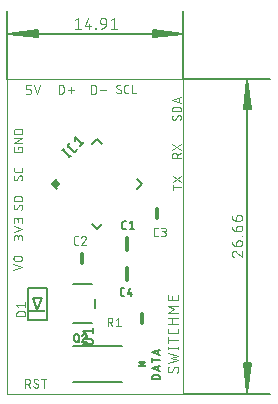
<source format=gto>
G75*
%MOIN*%
%OFA0B0*%
%FSLAX25Y25*%
%IPPOS*%
%LPD*%
%AMOC8*
5,1,8,0,0,1.08239X$1,22.5*
%
%ADD10C,0.00000*%
%ADD11C,0.00512*%
%ADD12C,0.00400*%
%ADD13C,0.00300*%
%ADD14C,0.01200*%
%ADD15C,0.00600*%
%ADD16C,0.00500*%
%ADD17R,0.05512X0.00787*%
%ADD18R,0.01969X0.01969*%
%ADD19C,0.00700*%
%ADD20R,0.03000X0.00500*%
%ADD21C,0.00800*%
D10*
X0007053Y0016441D02*
X0007053Y0121401D01*
X0065754Y0121401D01*
X0065754Y0016441D01*
X0007053Y0016441D01*
D11*
X0065754Y0016441D02*
X0094730Y0016441D01*
X0087053Y0016697D02*
X0088077Y0026677D01*
X0088310Y0026677D02*
X0087053Y0016697D01*
X0086030Y0026677D01*
X0085796Y0026677D02*
X0088310Y0026677D01*
X0087565Y0026677D02*
X0087053Y0016697D01*
X0086542Y0026677D01*
X0085796Y0026677D02*
X0087053Y0016697D01*
X0087053Y0121145D01*
X0088077Y0111165D01*
X0088310Y0111165D02*
X0087053Y0121145D01*
X0086030Y0111165D01*
X0085796Y0111165D02*
X0088310Y0111165D01*
X0087565Y0111165D02*
X0087053Y0121145D01*
X0086542Y0111165D01*
X0085796Y0111165D02*
X0087053Y0121145D01*
X0094730Y0121401D02*
X0065754Y0121401D01*
X0065754Y0144118D01*
X0065498Y0136441D02*
X0055518Y0135417D01*
X0055518Y0135184D02*
X0065498Y0136441D01*
X0055518Y0137464D01*
X0055518Y0137698D02*
X0055518Y0135184D01*
X0055518Y0135929D02*
X0065498Y0136441D01*
X0055518Y0136952D01*
X0055518Y0137698D02*
X0065498Y0136441D01*
X0007309Y0136441D01*
X0017290Y0135417D01*
X0017290Y0135184D02*
X0007309Y0136441D01*
X0017290Y0137464D01*
X0017290Y0137698D02*
X0017290Y0135184D01*
X0017290Y0135929D02*
X0007309Y0136441D01*
X0017290Y0136952D01*
X0017290Y0137698D02*
X0007309Y0136441D01*
X0007053Y0144118D02*
X0007053Y0121401D01*
D12*
X0029488Y0138137D02*
X0031453Y0138137D01*
X0030470Y0138137D02*
X0030470Y0141674D01*
X0029488Y0140888D01*
X0033031Y0138923D02*
X0034996Y0138923D01*
X0034406Y0139709D02*
X0034406Y0138137D01*
X0033031Y0138923D02*
X0033817Y0141674D01*
X0036395Y0138333D02*
X0036592Y0138333D01*
X0036592Y0138137D01*
X0036395Y0138137D01*
X0036395Y0138333D01*
X0038385Y0138137D02*
X0038462Y0138139D01*
X0038539Y0138145D01*
X0038616Y0138154D01*
X0038692Y0138167D01*
X0038767Y0138184D01*
X0038841Y0138205D01*
X0038915Y0138229D01*
X0038987Y0138257D01*
X0039057Y0138288D01*
X0039126Y0138323D01*
X0039193Y0138361D01*
X0039258Y0138402D01*
X0039321Y0138446D01*
X0039382Y0138494D01*
X0039441Y0138544D01*
X0039497Y0138597D01*
X0039550Y0138653D01*
X0039600Y0138712D01*
X0039648Y0138773D01*
X0039692Y0138836D01*
X0039733Y0138901D01*
X0039771Y0138968D01*
X0039806Y0139037D01*
X0039837Y0139107D01*
X0039865Y0139179D01*
X0039889Y0139253D01*
X0039910Y0139327D01*
X0039927Y0139402D01*
X0039940Y0139478D01*
X0039949Y0139555D01*
X0039955Y0139632D01*
X0039957Y0139709D01*
X0039957Y0140691D01*
X0039957Y0139709D02*
X0038778Y0139709D01*
X0038724Y0139711D01*
X0038671Y0139716D01*
X0038618Y0139725D01*
X0038566Y0139738D01*
X0038515Y0139754D01*
X0038465Y0139774D01*
X0038416Y0139797D01*
X0038370Y0139823D01*
X0038325Y0139853D01*
X0038282Y0139885D01*
X0038242Y0139921D01*
X0038204Y0139959D01*
X0038168Y0139999D01*
X0038136Y0140042D01*
X0038106Y0140087D01*
X0038080Y0140133D01*
X0038057Y0140182D01*
X0038037Y0140232D01*
X0038021Y0140283D01*
X0038008Y0140335D01*
X0037999Y0140388D01*
X0037994Y0140441D01*
X0037992Y0140495D01*
X0037992Y0140691D01*
X0037994Y0140753D01*
X0038000Y0140814D01*
X0038009Y0140875D01*
X0038023Y0140935D01*
X0038040Y0140994D01*
X0038061Y0141052D01*
X0038085Y0141109D01*
X0038113Y0141164D01*
X0038145Y0141217D01*
X0038180Y0141268D01*
X0038217Y0141317D01*
X0038258Y0141363D01*
X0038302Y0141407D01*
X0038348Y0141448D01*
X0038397Y0141485D01*
X0038448Y0141520D01*
X0038501Y0141552D01*
X0038556Y0141580D01*
X0038613Y0141604D01*
X0038671Y0141625D01*
X0038730Y0141642D01*
X0038790Y0141656D01*
X0038851Y0141665D01*
X0038912Y0141671D01*
X0038974Y0141673D01*
X0039036Y0141671D01*
X0039097Y0141665D01*
X0039158Y0141656D01*
X0039218Y0141642D01*
X0039277Y0141625D01*
X0039335Y0141604D01*
X0039392Y0141580D01*
X0039447Y0141552D01*
X0039500Y0141520D01*
X0039551Y0141485D01*
X0039600Y0141448D01*
X0039646Y0141407D01*
X0039690Y0141363D01*
X0039731Y0141317D01*
X0039768Y0141268D01*
X0039803Y0141217D01*
X0039835Y0141164D01*
X0039863Y0141109D01*
X0039887Y0141052D01*
X0039908Y0140994D01*
X0039925Y0140935D01*
X0039939Y0140875D01*
X0039948Y0140814D01*
X0039954Y0140753D01*
X0039956Y0140691D01*
X0041535Y0140888D02*
X0042517Y0141674D01*
X0042517Y0138137D01*
X0041535Y0138137D02*
X0043500Y0138137D01*
X0081820Y0075624D02*
X0081822Y0075547D01*
X0081828Y0075470D01*
X0081837Y0075393D01*
X0081850Y0075317D01*
X0081867Y0075242D01*
X0081888Y0075168D01*
X0081912Y0075094D01*
X0081940Y0075022D01*
X0081971Y0074952D01*
X0082006Y0074883D01*
X0082044Y0074816D01*
X0082085Y0074751D01*
X0082129Y0074688D01*
X0082177Y0074627D01*
X0082227Y0074568D01*
X0082280Y0074512D01*
X0082336Y0074459D01*
X0082395Y0074409D01*
X0082456Y0074361D01*
X0082519Y0074317D01*
X0082584Y0074276D01*
X0082651Y0074238D01*
X0082720Y0074203D01*
X0082790Y0074172D01*
X0082862Y0074144D01*
X0082936Y0074120D01*
X0083010Y0074099D01*
X0083085Y0074082D01*
X0083161Y0074069D01*
X0083238Y0074060D01*
X0083315Y0074054D01*
X0083392Y0074052D01*
X0084375Y0074052D01*
X0084437Y0074054D01*
X0084498Y0074060D01*
X0084559Y0074069D01*
X0084619Y0074083D01*
X0084679Y0074100D01*
X0084737Y0074121D01*
X0084794Y0074146D01*
X0084849Y0074174D01*
X0084902Y0074205D01*
X0084953Y0074240D01*
X0085002Y0074278D01*
X0085048Y0074318D01*
X0085092Y0074362D01*
X0085132Y0074408D01*
X0085170Y0074457D01*
X0085205Y0074508D01*
X0085236Y0074561D01*
X0085264Y0074616D01*
X0085289Y0074673D01*
X0085310Y0074731D01*
X0085327Y0074791D01*
X0085341Y0074851D01*
X0085350Y0074912D01*
X0085356Y0074973D01*
X0085358Y0075035D01*
X0085356Y0075097D01*
X0085350Y0075158D01*
X0085341Y0075219D01*
X0085327Y0075279D01*
X0085310Y0075339D01*
X0085289Y0075397D01*
X0085264Y0075454D01*
X0085236Y0075509D01*
X0085205Y0075562D01*
X0085170Y0075613D01*
X0085132Y0075662D01*
X0085092Y0075708D01*
X0085048Y0075752D01*
X0085002Y0075792D01*
X0084953Y0075830D01*
X0084902Y0075865D01*
X0084849Y0075896D01*
X0084794Y0075924D01*
X0084737Y0075949D01*
X0084679Y0075970D01*
X0084619Y0075987D01*
X0084559Y0076001D01*
X0084498Y0076010D01*
X0084437Y0076016D01*
X0084375Y0076018D01*
X0084375Y0076017D02*
X0084178Y0076017D01*
X0084124Y0076015D01*
X0084071Y0076010D01*
X0084018Y0076001D01*
X0083966Y0075988D01*
X0083915Y0075972D01*
X0083865Y0075952D01*
X0083816Y0075929D01*
X0083770Y0075903D01*
X0083725Y0075873D01*
X0083682Y0075841D01*
X0083642Y0075805D01*
X0083604Y0075767D01*
X0083568Y0075727D01*
X0083536Y0075684D01*
X0083506Y0075639D01*
X0083480Y0075593D01*
X0083457Y0075544D01*
X0083437Y0075494D01*
X0083421Y0075443D01*
X0083408Y0075391D01*
X0083399Y0075338D01*
X0083394Y0075285D01*
X0083392Y0075231D01*
X0083392Y0074052D01*
X0084178Y0072474D02*
X0084375Y0072474D01*
X0084178Y0072474D02*
X0084124Y0072472D01*
X0084071Y0072467D01*
X0084018Y0072458D01*
X0083966Y0072445D01*
X0083915Y0072429D01*
X0083865Y0072409D01*
X0083816Y0072386D01*
X0083770Y0072360D01*
X0083725Y0072330D01*
X0083682Y0072298D01*
X0083642Y0072262D01*
X0083604Y0072224D01*
X0083568Y0072184D01*
X0083536Y0072141D01*
X0083506Y0072096D01*
X0083480Y0072050D01*
X0083457Y0072001D01*
X0083437Y0071951D01*
X0083421Y0071900D01*
X0083408Y0071848D01*
X0083399Y0071795D01*
X0083394Y0071742D01*
X0083392Y0071688D01*
X0083392Y0070509D01*
X0084375Y0070509D01*
X0084375Y0070508D02*
X0084437Y0070510D01*
X0084498Y0070516D01*
X0084559Y0070525D01*
X0084619Y0070539D01*
X0084679Y0070556D01*
X0084737Y0070577D01*
X0084794Y0070602D01*
X0084849Y0070630D01*
X0084902Y0070661D01*
X0084953Y0070696D01*
X0085002Y0070734D01*
X0085048Y0070774D01*
X0085092Y0070818D01*
X0085132Y0070864D01*
X0085170Y0070913D01*
X0085205Y0070964D01*
X0085236Y0071017D01*
X0085264Y0071072D01*
X0085289Y0071129D01*
X0085310Y0071187D01*
X0085327Y0071247D01*
X0085341Y0071307D01*
X0085350Y0071368D01*
X0085356Y0071429D01*
X0085358Y0071491D01*
X0085356Y0071553D01*
X0085350Y0071614D01*
X0085341Y0071675D01*
X0085327Y0071735D01*
X0085310Y0071795D01*
X0085289Y0071853D01*
X0085264Y0071910D01*
X0085236Y0071965D01*
X0085205Y0072018D01*
X0085170Y0072069D01*
X0085132Y0072118D01*
X0085092Y0072164D01*
X0085048Y0072208D01*
X0085002Y0072248D01*
X0084953Y0072286D01*
X0084902Y0072321D01*
X0084849Y0072352D01*
X0084794Y0072380D01*
X0084737Y0072405D01*
X0084679Y0072426D01*
X0084619Y0072443D01*
X0084559Y0072457D01*
X0084498Y0072466D01*
X0084437Y0072472D01*
X0084375Y0072474D01*
X0083392Y0070509D02*
X0083315Y0070511D01*
X0083238Y0070517D01*
X0083161Y0070526D01*
X0083085Y0070539D01*
X0083010Y0070556D01*
X0082936Y0070577D01*
X0082862Y0070601D01*
X0082790Y0070629D01*
X0082720Y0070660D01*
X0082651Y0070695D01*
X0082584Y0070733D01*
X0082519Y0070774D01*
X0082456Y0070818D01*
X0082395Y0070866D01*
X0082336Y0070916D01*
X0082280Y0070969D01*
X0082227Y0071025D01*
X0082177Y0071084D01*
X0082129Y0071145D01*
X0082085Y0071208D01*
X0082044Y0071273D01*
X0082006Y0071340D01*
X0081971Y0071409D01*
X0081940Y0071479D01*
X0081912Y0071551D01*
X0081888Y0071625D01*
X0081867Y0071699D01*
X0081850Y0071774D01*
X0081837Y0071850D01*
X0081828Y0071927D01*
X0081822Y0072004D01*
X0081820Y0072081D01*
X0085161Y0069109D02*
X0085357Y0069109D01*
X0085357Y0068913D01*
X0085161Y0068913D01*
X0085161Y0069109D01*
X0084375Y0067513D02*
X0084178Y0067513D01*
X0084124Y0067511D01*
X0084071Y0067506D01*
X0084018Y0067497D01*
X0083966Y0067484D01*
X0083915Y0067468D01*
X0083865Y0067448D01*
X0083816Y0067425D01*
X0083770Y0067399D01*
X0083725Y0067369D01*
X0083682Y0067337D01*
X0083642Y0067301D01*
X0083604Y0067263D01*
X0083568Y0067223D01*
X0083536Y0067180D01*
X0083506Y0067135D01*
X0083480Y0067089D01*
X0083457Y0067040D01*
X0083437Y0066990D01*
X0083421Y0066939D01*
X0083408Y0066887D01*
X0083399Y0066834D01*
X0083394Y0066781D01*
X0083392Y0066727D01*
X0083392Y0065548D01*
X0084375Y0065548D01*
X0084437Y0065550D01*
X0084498Y0065556D01*
X0084559Y0065565D01*
X0084619Y0065579D01*
X0084679Y0065596D01*
X0084737Y0065617D01*
X0084794Y0065642D01*
X0084849Y0065670D01*
X0084902Y0065701D01*
X0084953Y0065736D01*
X0085002Y0065774D01*
X0085048Y0065814D01*
X0085092Y0065858D01*
X0085132Y0065904D01*
X0085170Y0065953D01*
X0085205Y0066004D01*
X0085236Y0066057D01*
X0085264Y0066112D01*
X0085289Y0066169D01*
X0085310Y0066227D01*
X0085327Y0066287D01*
X0085341Y0066347D01*
X0085350Y0066408D01*
X0085356Y0066469D01*
X0085358Y0066531D01*
X0085356Y0066593D01*
X0085350Y0066654D01*
X0085341Y0066715D01*
X0085327Y0066775D01*
X0085310Y0066835D01*
X0085289Y0066893D01*
X0085264Y0066950D01*
X0085236Y0067005D01*
X0085205Y0067058D01*
X0085170Y0067109D01*
X0085132Y0067158D01*
X0085092Y0067204D01*
X0085048Y0067248D01*
X0085002Y0067288D01*
X0084953Y0067326D01*
X0084902Y0067361D01*
X0084849Y0067392D01*
X0084794Y0067420D01*
X0084737Y0067445D01*
X0084679Y0067466D01*
X0084619Y0067483D01*
X0084559Y0067497D01*
X0084498Y0067506D01*
X0084437Y0067512D01*
X0084375Y0067514D01*
X0083392Y0065548D02*
X0083315Y0065550D01*
X0083238Y0065556D01*
X0083161Y0065565D01*
X0083085Y0065578D01*
X0083010Y0065595D01*
X0082936Y0065616D01*
X0082862Y0065640D01*
X0082790Y0065668D01*
X0082720Y0065699D01*
X0082651Y0065734D01*
X0082584Y0065772D01*
X0082519Y0065813D01*
X0082456Y0065857D01*
X0082395Y0065905D01*
X0082336Y0065955D01*
X0082280Y0066008D01*
X0082227Y0066064D01*
X0082177Y0066123D01*
X0082129Y0066184D01*
X0082085Y0066247D01*
X0082044Y0066312D01*
X0082006Y0066379D01*
X0081971Y0066448D01*
X0081940Y0066518D01*
X0081912Y0066590D01*
X0081888Y0066664D01*
X0081867Y0066738D01*
X0081850Y0066813D01*
X0081837Y0066889D01*
X0081828Y0066966D01*
X0081822Y0067043D01*
X0081820Y0067120D01*
X0083392Y0063675D02*
X0085357Y0062005D01*
X0085357Y0063970D01*
X0082606Y0062005D02*
X0082545Y0062027D01*
X0082485Y0062052D01*
X0082427Y0062081D01*
X0082370Y0062113D01*
X0082315Y0062148D01*
X0082263Y0062186D01*
X0082213Y0062227D01*
X0082165Y0062271D01*
X0082120Y0062317D01*
X0082077Y0062366D01*
X0082037Y0062418D01*
X0082001Y0062471D01*
X0081967Y0062527D01*
X0081937Y0062584D01*
X0081910Y0062643D01*
X0081886Y0062704D01*
X0081866Y0062766D01*
X0081850Y0062829D01*
X0081837Y0062892D01*
X0081827Y0062956D01*
X0081822Y0063021D01*
X0081820Y0063086D01*
X0081821Y0063086D02*
X0081823Y0063144D01*
X0081829Y0063201D01*
X0081838Y0063258D01*
X0081851Y0063315D01*
X0081868Y0063370D01*
X0081888Y0063424D01*
X0081912Y0063477D01*
X0081939Y0063528D01*
X0081970Y0063577D01*
X0082004Y0063624D01*
X0082040Y0063669D01*
X0082080Y0063711D01*
X0082122Y0063751D01*
X0082167Y0063787D01*
X0082214Y0063821D01*
X0082263Y0063852D01*
X0082314Y0063879D01*
X0082367Y0063903D01*
X0082421Y0063923D01*
X0082476Y0063940D01*
X0082533Y0063953D01*
X0082590Y0063962D01*
X0082647Y0063968D01*
X0082705Y0063970D01*
X0082764Y0063968D01*
X0082823Y0063963D01*
X0082881Y0063953D01*
X0082939Y0063941D01*
X0082996Y0063924D01*
X0083052Y0063904D01*
X0083106Y0063881D01*
X0083159Y0063854D01*
X0083210Y0063825D01*
X0083259Y0063792D01*
X0083306Y0063756D01*
X0083351Y0063717D01*
X0083393Y0063675D01*
X0064022Y0049233D02*
X0064022Y0047661D01*
X0060485Y0047661D01*
X0060485Y0049233D01*
X0062057Y0048840D02*
X0062057Y0047661D01*
X0060485Y0045799D02*
X0064022Y0045799D01*
X0062450Y0044620D02*
X0060485Y0045799D01*
X0062450Y0044620D02*
X0060485Y0043441D01*
X0064022Y0043441D01*
X0064022Y0041587D02*
X0060485Y0041587D01*
X0062057Y0041587D02*
X0062057Y0039622D01*
X0060485Y0039622D02*
X0064022Y0039622D01*
X0064022Y0038111D02*
X0064022Y0037325D01*
X0064020Y0037271D01*
X0064015Y0037218D01*
X0064006Y0037165D01*
X0063993Y0037113D01*
X0063977Y0037062D01*
X0063957Y0037012D01*
X0063934Y0036963D01*
X0063908Y0036917D01*
X0063878Y0036872D01*
X0063846Y0036829D01*
X0063810Y0036789D01*
X0063772Y0036751D01*
X0063732Y0036715D01*
X0063689Y0036683D01*
X0063644Y0036653D01*
X0063598Y0036627D01*
X0063549Y0036604D01*
X0063499Y0036584D01*
X0063448Y0036568D01*
X0063396Y0036555D01*
X0063343Y0036546D01*
X0063290Y0036541D01*
X0063236Y0036539D01*
X0061271Y0036539D01*
X0061217Y0036541D01*
X0061164Y0036546D01*
X0061111Y0036555D01*
X0061059Y0036568D01*
X0061008Y0036584D01*
X0060958Y0036604D01*
X0060909Y0036627D01*
X0060863Y0036653D01*
X0060818Y0036683D01*
X0060775Y0036715D01*
X0060735Y0036751D01*
X0060697Y0036789D01*
X0060661Y0036829D01*
X0060629Y0036872D01*
X0060599Y0036917D01*
X0060573Y0036963D01*
X0060550Y0037012D01*
X0060530Y0037062D01*
X0060514Y0037113D01*
X0060501Y0037165D01*
X0060492Y0037218D01*
X0060487Y0037271D01*
X0060485Y0037325D01*
X0060485Y0038111D01*
X0060485Y0035209D02*
X0060485Y0033244D01*
X0060485Y0034226D02*
X0064022Y0034226D01*
X0064022Y0032021D02*
X0064022Y0031235D01*
X0064022Y0031628D02*
X0060485Y0031628D01*
X0060485Y0031235D02*
X0060485Y0032021D01*
X0060485Y0029893D02*
X0064022Y0029107D01*
X0061664Y0028321D01*
X0064022Y0027535D01*
X0060485Y0026749D01*
X0061959Y0023932D02*
X0061929Y0023885D01*
X0061896Y0023841D01*
X0061860Y0023799D01*
X0061822Y0023759D01*
X0061780Y0023723D01*
X0061737Y0023689D01*
X0061691Y0023658D01*
X0061643Y0023631D01*
X0061593Y0023607D01*
X0061542Y0023586D01*
X0061489Y0023569D01*
X0061436Y0023556D01*
X0061381Y0023547D01*
X0061326Y0023541D01*
X0061271Y0023539D01*
X0061217Y0023541D01*
X0061164Y0023546D01*
X0061111Y0023555D01*
X0061059Y0023568D01*
X0061008Y0023584D01*
X0060958Y0023604D01*
X0060909Y0023627D01*
X0060863Y0023653D01*
X0060818Y0023683D01*
X0060775Y0023715D01*
X0060735Y0023751D01*
X0060697Y0023789D01*
X0060661Y0023829D01*
X0060629Y0023872D01*
X0060599Y0023917D01*
X0060573Y0023963D01*
X0060550Y0024012D01*
X0060530Y0024062D01*
X0060514Y0024113D01*
X0060501Y0024165D01*
X0060492Y0024218D01*
X0060487Y0024271D01*
X0060485Y0024325D01*
X0060487Y0024398D01*
X0060492Y0024471D01*
X0060501Y0024543D01*
X0060514Y0024615D01*
X0060530Y0024686D01*
X0060550Y0024756D01*
X0060573Y0024826D01*
X0060599Y0024894D01*
X0060629Y0024960D01*
X0060662Y0025025D01*
X0060698Y0025089D01*
X0060737Y0025150D01*
X0060780Y0025209D01*
X0063530Y0023441D02*
X0063583Y0023497D01*
X0063634Y0023555D01*
X0063682Y0023615D01*
X0063728Y0023678D01*
X0063770Y0023742D01*
X0063809Y0023808D01*
X0063845Y0023876D01*
X0063878Y0023946D01*
X0063908Y0024017D01*
X0063934Y0024090D01*
X0063957Y0024163D01*
X0063976Y0024238D01*
X0063992Y0024313D01*
X0064005Y0024389D01*
X0064014Y0024466D01*
X0064019Y0024543D01*
X0064021Y0024620D01*
X0064022Y0024620D02*
X0064020Y0024674D01*
X0064015Y0024727D01*
X0064006Y0024780D01*
X0063993Y0024832D01*
X0063977Y0024883D01*
X0063957Y0024933D01*
X0063934Y0024982D01*
X0063908Y0025028D01*
X0063878Y0025073D01*
X0063846Y0025116D01*
X0063810Y0025156D01*
X0063772Y0025194D01*
X0063732Y0025230D01*
X0063689Y0025262D01*
X0063644Y0025292D01*
X0063598Y0025318D01*
X0063549Y0025341D01*
X0063499Y0025361D01*
X0063448Y0025377D01*
X0063396Y0025390D01*
X0063343Y0025399D01*
X0063290Y0025404D01*
X0063236Y0025406D01*
X0062548Y0025013D02*
X0061959Y0023932D01*
X0062548Y0025012D02*
X0062578Y0025059D01*
X0062611Y0025103D01*
X0062647Y0025145D01*
X0062685Y0025185D01*
X0062727Y0025221D01*
X0062770Y0025255D01*
X0062816Y0025286D01*
X0062864Y0025313D01*
X0062914Y0025337D01*
X0062965Y0025358D01*
X0063018Y0025375D01*
X0063071Y0025388D01*
X0063126Y0025397D01*
X0063181Y0025403D01*
X0063236Y0025405D01*
X0044853Y0038941D02*
X0043298Y0038941D01*
X0044076Y0038941D02*
X0044076Y0041741D01*
X0043298Y0041118D01*
X0041375Y0040185D02*
X0041997Y0038941D01*
X0041219Y0040185D02*
X0040442Y0040185D01*
X0041219Y0040185D02*
X0041275Y0040187D01*
X0041330Y0040193D01*
X0041384Y0040203D01*
X0041438Y0040217D01*
X0041491Y0040234D01*
X0041542Y0040255D01*
X0041592Y0040280D01*
X0041640Y0040309D01*
X0041685Y0040340D01*
X0041728Y0040375D01*
X0041769Y0040413D01*
X0041807Y0040454D01*
X0041842Y0040497D01*
X0041873Y0040542D01*
X0041902Y0040590D01*
X0041927Y0040640D01*
X0041948Y0040691D01*
X0041965Y0040744D01*
X0041979Y0040798D01*
X0041989Y0040852D01*
X0041995Y0040907D01*
X0041997Y0040963D01*
X0041995Y0041019D01*
X0041989Y0041074D01*
X0041979Y0041128D01*
X0041965Y0041182D01*
X0041948Y0041235D01*
X0041927Y0041286D01*
X0041902Y0041336D01*
X0041873Y0041384D01*
X0041842Y0041429D01*
X0041807Y0041472D01*
X0041769Y0041513D01*
X0041728Y0041551D01*
X0041685Y0041586D01*
X0041640Y0041617D01*
X0041592Y0041646D01*
X0041542Y0041671D01*
X0041491Y0041692D01*
X0041438Y0041709D01*
X0041384Y0041723D01*
X0041330Y0041733D01*
X0041275Y0041739D01*
X0041219Y0041741D01*
X0040442Y0041741D01*
X0040442Y0038941D01*
X0056509Y0068941D02*
X0057132Y0068941D01*
X0056509Y0068941D02*
X0056460Y0068943D01*
X0056412Y0068949D01*
X0056364Y0068958D01*
X0056317Y0068971D01*
X0056271Y0068988D01*
X0056227Y0069009D01*
X0056184Y0069033D01*
X0056143Y0069060D01*
X0056105Y0069090D01*
X0056069Y0069123D01*
X0056036Y0069159D01*
X0056006Y0069197D01*
X0055979Y0069238D01*
X0055955Y0069281D01*
X0055934Y0069325D01*
X0055917Y0069371D01*
X0055904Y0069418D01*
X0055895Y0069466D01*
X0055889Y0069514D01*
X0055887Y0069563D01*
X0055887Y0071118D01*
X0055889Y0071167D01*
X0055895Y0071215D01*
X0055904Y0071263D01*
X0055917Y0071310D01*
X0055934Y0071356D01*
X0055955Y0071400D01*
X0055979Y0071443D01*
X0056006Y0071484D01*
X0056036Y0071522D01*
X0056069Y0071558D01*
X0056105Y0071591D01*
X0056143Y0071621D01*
X0056184Y0071648D01*
X0056227Y0071672D01*
X0056271Y0071693D01*
X0056317Y0071710D01*
X0056364Y0071723D01*
X0056412Y0071732D01*
X0056460Y0071738D01*
X0056509Y0071740D01*
X0056509Y0071741D02*
X0057132Y0071741D01*
X0058298Y0071741D02*
X0059231Y0071741D01*
X0059231Y0071740D02*
X0059280Y0071738D01*
X0059328Y0071732D01*
X0059376Y0071723D01*
X0059423Y0071710D01*
X0059469Y0071693D01*
X0059513Y0071672D01*
X0059556Y0071648D01*
X0059597Y0071621D01*
X0059635Y0071591D01*
X0059671Y0071558D01*
X0059704Y0071522D01*
X0059734Y0071484D01*
X0059761Y0071443D01*
X0059785Y0071400D01*
X0059806Y0071356D01*
X0059823Y0071310D01*
X0059836Y0071263D01*
X0059845Y0071215D01*
X0059851Y0071167D01*
X0059853Y0071118D01*
X0059851Y0071069D01*
X0059845Y0071021D01*
X0059836Y0070973D01*
X0059823Y0070926D01*
X0059806Y0070880D01*
X0059785Y0070836D01*
X0059761Y0070793D01*
X0059734Y0070752D01*
X0059704Y0070714D01*
X0059671Y0070678D01*
X0059635Y0070645D01*
X0059597Y0070615D01*
X0059556Y0070588D01*
X0059513Y0070564D01*
X0059469Y0070543D01*
X0059423Y0070526D01*
X0059376Y0070513D01*
X0059328Y0070504D01*
X0059280Y0070498D01*
X0059231Y0070496D01*
X0058609Y0070496D01*
X0059076Y0070496D02*
X0059132Y0070494D01*
X0059187Y0070488D01*
X0059241Y0070478D01*
X0059295Y0070464D01*
X0059348Y0070447D01*
X0059399Y0070426D01*
X0059449Y0070401D01*
X0059497Y0070372D01*
X0059542Y0070341D01*
X0059585Y0070306D01*
X0059626Y0070268D01*
X0059664Y0070227D01*
X0059699Y0070184D01*
X0059730Y0070139D01*
X0059759Y0070091D01*
X0059784Y0070041D01*
X0059805Y0069990D01*
X0059822Y0069937D01*
X0059836Y0069883D01*
X0059846Y0069829D01*
X0059852Y0069774D01*
X0059854Y0069718D01*
X0059852Y0069662D01*
X0059846Y0069607D01*
X0059836Y0069553D01*
X0059822Y0069499D01*
X0059805Y0069446D01*
X0059784Y0069395D01*
X0059759Y0069345D01*
X0059730Y0069297D01*
X0059699Y0069252D01*
X0059664Y0069209D01*
X0059626Y0069168D01*
X0059585Y0069130D01*
X0059542Y0069095D01*
X0059497Y0069064D01*
X0059449Y0069035D01*
X0059399Y0069010D01*
X0059348Y0068989D01*
X0059295Y0068972D01*
X0059241Y0068958D01*
X0059187Y0068948D01*
X0059132Y0068942D01*
X0059076Y0068940D01*
X0059076Y0068941D02*
X0058298Y0068941D01*
D13*
X0062137Y0084467D02*
X0062137Y0086079D01*
X0062137Y0085273D02*
X0065037Y0085273D01*
X0065037Y0086994D02*
X0062137Y0088928D01*
X0062137Y0086994D02*
X0065037Y0088928D01*
X0064837Y0094996D02*
X0061937Y0094996D01*
X0061937Y0095801D01*
X0061939Y0095856D01*
X0061945Y0095911D01*
X0061954Y0095965D01*
X0061967Y0096018D01*
X0061984Y0096071D01*
X0062004Y0096122D01*
X0062027Y0096172D01*
X0062054Y0096220D01*
X0062085Y0096266D01*
X0062118Y0096310D01*
X0062154Y0096351D01*
X0062193Y0096390D01*
X0062234Y0096426D01*
X0062278Y0096459D01*
X0062324Y0096490D01*
X0062372Y0096517D01*
X0062422Y0096540D01*
X0062473Y0096560D01*
X0062526Y0096577D01*
X0062579Y0096590D01*
X0062633Y0096599D01*
X0062688Y0096605D01*
X0062743Y0096607D01*
X0062798Y0096605D01*
X0062853Y0096599D01*
X0062907Y0096590D01*
X0062960Y0096577D01*
X0063013Y0096560D01*
X0063064Y0096540D01*
X0063114Y0096517D01*
X0063162Y0096490D01*
X0063208Y0096459D01*
X0063252Y0096426D01*
X0063293Y0096390D01*
X0063332Y0096351D01*
X0063368Y0096310D01*
X0063401Y0096266D01*
X0063432Y0096220D01*
X0063459Y0096172D01*
X0063482Y0096122D01*
X0063502Y0096071D01*
X0063519Y0096018D01*
X0063532Y0095965D01*
X0063541Y0095911D01*
X0063547Y0095856D01*
X0063549Y0095801D01*
X0063548Y0095801D02*
X0063548Y0094996D01*
X0063548Y0095962D02*
X0064837Y0096607D01*
X0064837Y0097694D02*
X0061937Y0099628D01*
X0061937Y0097694D02*
X0064837Y0099628D01*
X0063146Y0108002D02*
X0063629Y0108888D01*
X0064837Y0108566D02*
X0064835Y0108494D01*
X0064829Y0108423D01*
X0064820Y0108352D01*
X0064807Y0108282D01*
X0064790Y0108212D01*
X0064770Y0108143D01*
X0064746Y0108076D01*
X0064718Y0108010D01*
X0064687Y0107945D01*
X0064653Y0107882D01*
X0064615Y0107821D01*
X0064574Y0107762D01*
X0064531Y0107706D01*
X0064484Y0107651D01*
X0064434Y0107600D01*
X0063629Y0108889D02*
X0063655Y0108929D01*
X0063684Y0108968D01*
X0063716Y0109005D01*
X0063751Y0109039D01*
X0063788Y0109070D01*
X0063827Y0109099D01*
X0063868Y0109125D01*
X0063911Y0109147D01*
X0063956Y0109166D01*
X0064002Y0109182D01*
X0064048Y0109195D01*
X0064096Y0109204D01*
X0064144Y0109209D01*
X0064193Y0109211D01*
X0064193Y0109210D02*
X0064241Y0109208D01*
X0064289Y0109203D01*
X0064336Y0109194D01*
X0064383Y0109181D01*
X0064428Y0109165D01*
X0064472Y0109146D01*
X0064515Y0109124D01*
X0064556Y0109098D01*
X0064595Y0109069D01*
X0064631Y0109038D01*
X0064665Y0109004D01*
X0064696Y0108968D01*
X0064725Y0108929D01*
X0064751Y0108888D01*
X0064773Y0108845D01*
X0064792Y0108801D01*
X0064808Y0108756D01*
X0064821Y0108709D01*
X0064830Y0108662D01*
X0064835Y0108614D01*
X0064837Y0108566D01*
X0064837Y0110479D02*
X0064837Y0111285D01*
X0064838Y0111285D02*
X0064836Y0111340D01*
X0064830Y0111395D01*
X0064821Y0111449D01*
X0064808Y0111502D01*
X0064791Y0111555D01*
X0064771Y0111606D01*
X0064748Y0111656D01*
X0064721Y0111704D01*
X0064690Y0111750D01*
X0064657Y0111794D01*
X0064621Y0111835D01*
X0064582Y0111874D01*
X0064541Y0111910D01*
X0064497Y0111943D01*
X0064451Y0111974D01*
X0064403Y0112001D01*
X0064353Y0112024D01*
X0064302Y0112044D01*
X0064249Y0112061D01*
X0064196Y0112074D01*
X0064142Y0112083D01*
X0064087Y0112089D01*
X0064032Y0112091D01*
X0062743Y0112091D01*
X0062688Y0112089D01*
X0062633Y0112083D01*
X0062579Y0112074D01*
X0062526Y0112061D01*
X0062473Y0112044D01*
X0062422Y0112024D01*
X0062372Y0112001D01*
X0062324Y0111974D01*
X0062278Y0111943D01*
X0062234Y0111910D01*
X0062193Y0111874D01*
X0062154Y0111835D01*
X0062118Y0111794D01*
X0062085Y0111750D01*
X0062054Y0111704D01*
X0062027Y0111656D01*
X0062004Y0111606D01*
X0061984Y0111555D01*
X0061967Y0111502D01*
X0061954Y0111449D01*
X0061945Y0111395D01*
X0061939Y0111340D01*
X0061937Y0111285D01*
X0061937Y0110479D01*
X0064837Y0110479D01*
X0062180Y0109049D02*
X0062142Y0108996D01*
X0062108Y0108941D01*
X0062076Y0108885D01*
X0062047Y0108826D01*
X0062022Y0108767D01*
X0062000Y0108706D01*
X0061981Y0108644D01*
X0061966Y0108581D01*
X0061954Y0108518D01*
X0061945Y0108453D01*
X0061940Y0108389D01*
X0061938Y0108324D01*
X0061940Y0108276D01*
X0061945Y0108228D01*
X0061954Y0108181D01*
X0061967Y0108134D01*
X0061983Y0108089D01*
X0062002Y0108045D01*
X0062024Y0108002D01*
X0062050Y0107961D01*
X0062079Y0107922D01*
X0062110Y0107886D01*
X0062144Y0107852D01*
X0062180Y0107821D01*
X0062219Y0107792D01*
X0062260Y0107766D01*
X0062303Y0107744D01*
X0062347Y0107725D01*
X0062392Y0107709D01*
X0062439Y0107696D01*
X0062486Y0107687D01*
X0062534Y0107682D01*
X0062582Y0107680D01*
X0062631Y0107682D01*
X0062679Y0107687D01*
X0062727Y0107696D01*
X0062773Y0107709D01*
X0062819Y0107725D01*
X0062864Y0107744D01*
X0062907Y0107766D01*
X0062948Y0107792D01*
X0062987Y0107821D01*
X0063024Y0107852D01*
X0063059Y0107886D01*
X0063091Y0107923D01*
X0063120Y0107962D01*
X0063146Y0108002D01*
X0064837Y0113294D02*
X0061937Y0114261D01*
X0064837Y0115228D01*
X0064112Y0114986D02*
X0064112Y0113536D01*
X0049841Y0116525D02*
X0048552Y0116525D01*
X0048552Y0119425D01*
X0047330Y0119425D02*
X0046686Y0119425D01*
X0046686Y0119424D02*
X0046635Y0119422D01*
X0046585Y0119416D01*
X0046536Y0119406D01*
X0046487Y0119392D01*
X0046440Y0119375D01*
X0046394Y0119354D01*
X0046350Y0119329D01*
X0046307Y0119301D01*
X0046268Y0119270D01*
X0046231Y0119235D01*
X0046196Y0119198D01*
X0046165Y0119159D01*
X0046137Y0119116D01*
X0046112Y0119072D01*
X0046091Y0119026D01*
X0046074Y0118979D01*
X0046060Y0118930D01*
X0046050Y0118881D01*
X0046044Y0118831D01*
X0046042Y0118780D01*
X0046041Y0118780D02*
X0046041Y0117169D01*
X0046042Y0117169D02*
X0046044Y0117121D01*
X0046049Y0117073D01*
X0046058Y0117026D01*
X0046071Y0116979D01*
X0046087Y0116934D01*
X0046106Y0116890D01*
X0046128Y0116847D01*
X0046154Y0116806D01*
X0046183Y0116767D01*
X0046214Y0116731D01*
X0046248Y0116697D01*
X0046284Y0116666D01*
X0046323Y0116637D01*
X0046364Y0116611D01*
X0046407Y0116589D01*
X0046451Y0116570D01*
X0046496Y0116554D01*
X0046543Y0116541D01*
X0046590Y0116532D01*
X0046638Y0116527D01*
X0046686Y0116525D01*
X0047330Y0116525D01*
X0044555Y0117733D02*
X0043669Y0118216D01*
X0043991Y0119424D02*
X0044056Y0119422D01*
X0044120Y0119417D01*
X0044185Y0119408D01*
X0044248Y0119396D01*
X0044311Y0119381D01*
X0044373Y0119362D01*
X0044434Y0119340D01*
X0044493Y0119315D01*
X0044552Y0119286D01*
X0044608Y0119254D01*
X0044663Y0119220D01*
X0044716Y0119182D01*
X0043668Y0118216D02*
X0043628Y0118242D01*
X0043589Y0118271D01*
X0043552Y0118303D01*
X0043518Y0118338D01*
X0043487Y0118375D01*
X0043458Y0118414D01*
X0043432Y0118455D01*
X0043410Y0118498D01*
X0043391Y0118543D01*
X0043375Y0118589D01*
X0043362Y0118635D01*
X0043353Y0118683D01*
X0043348Y0118731D01*
X0043346Y0118780D01*
X0043347Y0118780D02*
X0043349Y0118828D01*
X0043354Y0118876D01*
X0043363Y0118923D01*
X0043376Y0118970D01*
X0043392Y0119015D01*
X0043411Y0119059D01*
X0043433Y0119102D01*
X0043459Y0119143D01*
X0043488Y0119182D01*
X0043519Y0119218D01*
X0043553Y0119252D01*
X0043589Y0119284D01*
X0043628Y0119312D01*
X0043669Y0119338D01*
X0043712Y0119360D01*
X0043756Y0119379D01*
X0043801Y0119395D01*
X0043848Y0119408D01*
X0043895Y0119417D01*
X0043943Y0119422D01*
X0043991Y0119424D01*
X0043267Y0116928D02*
X0043318Y0116878D01*
X0043373Y0116831D01*
X0043429Y0116788D01*
X0043488Y0116747D01*
X0043549Y0116709D01*
X0043612Y0116675D01*
X0043677Y0116644D01*
X0043743Y0116616D01*
X0043810Y0116592D01*
X0043879Y0116572D01*
X0043949Y0116555D01*
X0044019Y0116542D01*
X0044090Y0116533D01*
X0044161Y0116527D01*
X0044233Y0116525D01*
X0044281Y0116527D01*
X0044329Y0116532D01*
X0044376Y0116541D01*
X0044423Y0116554D01*
X0044468Y0116570D01*
X0044512Y0116589D01*
X0044555Y0116611D01*
X0044596Y0116637D01*
X0044635Y0116666D01*
X0044671Y0116697D01*
X0044705Y0116731D01*
X0044736Y0116767D01*
X0044765Y0116806D01*
X0044791Y0116847D01*
X0044813Y0116890D01*
X0044832Y0116934D01*
X0044848Y0116979D01*
X0044861Y0117026D01*
X0044870Y0117073D01*
X0044875Y0117121D01*
X0044877Y0117169D01*
X0044878Y0117169D02*
X0044876Y0117218D01*
X0044871Y0117266D01*
X0044862Y0117314D01*
X0044849Y0117360D01*
X0044833Y0117406D01*
X0044814Y0117451D01*
X0044792Y0117494D01*
X0044766Y0117535D01*
X0044737Y0117574D01*
X0044706Y0117611D01*
X0044672Y0117646D01*
X0044635Y0117678D01*
X0044596Y0117707D01*
X0044556Y0117733D01*
X0040007Y0117552D02*
X0038073Y0117552D01*
X0036677Y0117230D02*
X0036677Y0118519D01*
X0036678Y0118519D02*
X0036676Y0118574D01*
X0036670Y0118629D01*
X0036661Y0118683D01*
X0036648Y0118736D01*
X0036631Y0118789D01*
X0036611Y0118840D01*
X0036588Y0118890D01*
X0036561Y0118938D01*
X0036530Y0118984D01*
X0036497Y0119028D01*
X0036461Y0119069D01*
X0036422Y0119108D01*
X0036381Y0119144D01*
X0036337Y0119177D01*
X0036291Y0119208D01*
X0036243Y0119235D01*
X0036193Y0119258D01*
X0036142Y0119278D01*
X0036089Y0119295D01*
X0036036Y0119308D01*
X0035982Y0119317D01*
X0035927Y0119323D01*
X0035872Y0119325D01*
X0035066Y0119325D01*
X0035066Y0116425D01*
X0035872Y0116425D01*
X0035872Y0116424D02*
X0035927Y0116426D01*
X0035982Y0116432D01*
X0036036Y0116441D01*
X0036089Y0116454D01*
X0036142Y0116471D01*
X0036193Y0116491D01*
X0036243Y0116514D01*
X0036291Y0116541D01*
X0036337Y0116572D01*
X0036381Y0116605D01*
X0036422Y0116641D01*
X0036461Y0116680D01*
X0036497Y0116721D01*
X0036530Y0116765D01*
X0036561Y0116811D01*
X0036588Y0116859D01*
X0036611Y0116909D01*
X0036631Y0116960D01*
X0036648Y0117013D01*
X0036661Y0117066D01*
X0036670Y0117120D01*
X0036676Y0117175D01*
X0036678Y0117230D01*
X0029107Y0117552D02*
X0027173Y0117552D01*
X0028140Y0116586D02*
X0028140Y0118519D01*
X0025777Y0118519D02*
X0025777Y0117230D01*
X0025778Y0117230D02*
X0025776Y0117175D01*
X0025770Y0117120D01*
X0025761Y0117066D01*
X0025748Y0117013D01*
X0025731Y0116960D01*
X0025711Y0116909D01*
X0025688Y0116859D01*
X0025661Y0116811D01*
X0025630Y0116765D01*
X0025597Y0116721D01*
X0025561Y0116680D01*
X0025522Y0116641D01*
X0025481Y0116605D01*
X0025437Y0116572D01*
X0025391Y0116541D01*
X0025343Y0116514D01*
X0025293Y0116491D01*
X0025242Y0116471D01*
X0025189Y0116454D01*
X0025136Y0116441D01*
X0025082Y0116432D01*
X0025027Y0116426D01*
X0024972Y0116424D01*
X0024972Y0116425D02*
X0024166Y0116425D01*
X0024166Y0119325D01*
X0024972Y0119325D01*
X0025027Y0119323D01*
X0025082Y0119317D01*
X0025136Y0119308D01*
X0025189Y0119295D01*
X0025242Y0119278D01*
X0025293Y0119258D01*
X0025343Y0119235D01*
X0025391Y0119208D01*
X0025437Y0119177D01*
X0025481Y0119144D01*
X0025522Y0119108D01*
X0025561Y0119069D01*
X0025597Y0119028D01*
X0025630Y0118984D01*
X0025661Y0118938D01*
X0025688Y0118890D01*
X0025711Y0118840D01*
X0025731Y0118789D01*
X0025748Y0118736D01*
X0025761Y0118683D01*
X0025770Y0118629D01*
X0025776Y0118574D01*
X0025778Y0118519D01*
X0018019Y0119225D02*
X0017052Y0116325D01*
X0016085Y0119225D01*
X0014977Y0119225D02*
X0013366Y0119225D01*
X0013366Y0117936D01*
X0014333Y0117936D01*
X0014333Y0117935D02*
X0014381Y0117933D01*
X0014429Y0117928D01*
X0014476Y0117919D01*
X0014523Y0117906D01*
X0014568Y0117890D01*
X0014612Y0117871D01*
X0014655Y0117849D01*
X0014696Y0117823D01*
X0014735Y0117794D01*
X0014771Y0117763D01*
X0014805Y0117729D01*
X0014836Y0117693D01*
X0014865Y0117654D01*
X0014891Y0117613D01*
X0014913Y0117570D01*
X0014932Y0117526D01*
X0014948Y0117481D01*
X0014961Y0117434D01*
X0014970Y0117387D01*
X0014975Y0117339D01*
X0014977Y0117291D01*
X0014977Y0116969D01*
X0014975Y0116921D01*
X0014970Y0116873D01*
X0014961Y0116826D01*
X0014948Y0116779D01*
X0014932Y0116734D01*
X0014913Y0116690D01*
X0014891Y0116647D01*
X0014865Y0116606D01*
X0014836Y0116567D01*
X0014805Y0116531D01*
X0014771Y0116497D01*
X0014735Y0116466D01*
X0014696Y0116437D01*
X0014655Y0116411D01*
X0014612Y0116389D01*
X0014568Y0116370D01*
X0014523Y0116354D01*
X0014476Y0116341D01*
X0014429Y0116332D01*
X0014381Y0116327D01*
X0014333Y0116325D01*
X0013366Y0116325D01*
X0011264Y0104709D02*
X0009975Y0104709D01*
X0009920Y0104707D01*
X0009865Y0104701D01*
X0009811Y0104692D01*
X0009758Y0104679D01*
X0009705Y0104662D01*
X0009654Y0104642D01*
X0009604Y0104619D01*
X0009556Y0104592D01*
X0009510Y0104561D01*
X0009466Y0104528D01*
X0009425Y0104492D01*
X0009386Y0104453D01*
X0009350Y0104412D01*
X0009317Y0104368D01*
X0009286Y0104322D01*
X0009259Y0104274D01*
X0009236Y0104224D01*
X0009216Y0104173D01*
X0009199Y0104120D01*
X0009186Y0104067D01*
X0009177Y0104013D01*
X0009171Y0103958D01*
X0009169Y0103903D01*
X0009169Y0103098D01*
X0012069Y0103098D01*
X0012069Y0103903D01*
X0012070Y0103903D02*
X0012068Y0103958D01*
X0012062Y0104013D01*
X0012053Y0104067D01*
X0012040Y0104120D01*
X0012023Y0104173D01*
X0012003Y0104224D01*
X0011980Y0104274D01*
X0011953Y0104322D01*
X0011922Y0104368D01*
X0011889Y0104412D01*
X0011853Y0104453D01*
X0011814Y0104492D01*
X0011773Y0104528D01*
X0011729Y0104561D01*
X0011683Y0104592D01*
X0011635Y0104619D01*
X0011585Y0104642D01*
X0011534Y0104662D01*
X0011481Y0104679D01*
X0011428Y0104692D01*
X0011374Y0104701D01*
X0011319Y0104707D01*
X0011264Y0104709D01*
X0012069Y0101637D02*
X0009169Y0101637D01*
X0009169Y0100026D02*
X0012069Y0101637D01*
X0012069Y0100026D02*
X0009169Y0100026D01*
X0009169Y0098565D02*
X0009169Y0097598D01*
X0009170Y0097598D02*
X0009172Y0097547D01*
X0009178Y0097497D01*
X0009188Y0097448D01*
X0009202Y0097399D01*
X0009219Y0097352D01*
X0009240Y0097306D01*
X0009265Y0097261D01*
X0009293Y0097219D01*
X0009324Y0097180D01*
X0009359Y0097143D01*
X0009396Y0097108D01*
X0009435Y0097077D01*
X0009478Y0097049D01*
X0009522Y0097024D01*
X0009568Y0097003D01*
X0009615Y0096986D01*
X0009664Y0096972D01*
X0009713Y0096962D01*
X0009763Y0096956D01*
X0009814Y0096954D01*
X0011425Y0096954D01*
X0011473Y0096956D01*
X0011521Y0096961D01*
X0011568Y0096970D01*
X0011615Y0096983D01*
X0011660Y0096999D01*
X0011704Y0097018D01*
X0011747Y0097040D01*
X0011788Y0097066D01*
X0011827Y0097095D01*
X0011863Y0097126D01*
X0011897Y0097160D01*
X0011928Y0097196D01*
X0011957Y0097235D01*
X0011983Y0097276D01*
X0012005Y0097319D01*
X0012024Y0097363D01*
X0012040Y0097408D01*
X0012053Y0097455D01*
X0012062Y0097502D01*
X0012067Y0097550D01*
X0012069Y0097598D01*
X0012069Y0098565D01*
X0010458Y0098565D01*
X0010458Y0098081D01*
X0009169Y0091617D02*
X0009169Y0090973D01*
X0009170Y0090973D02*
X0009172Y0090922D01*
X0009178Y0090872D01*
X0009188Y0090823D01*
X0009202Y0090774D01*
X0009219Y0090727D01*
X0009240Y0090681D01*
X0009265Y0090636D01*
X0009293Y0090594D01*
X0009324Y0090555D01*
X0009359Y0090518D01*
X0009396Y0090483D01*
X0009435Y0090452D01*
X0009478Y0090424D01*
X0009522Y0090399D01*
X0009568Y0090378D01*
X0009615Y0090361D01*
X0009664Y0090347D01*
X0009713Y0090337D01*
X0009763Y0090331D01*
X0009814Y0090329D01*
X0011425Y0090329D01*
X0011473Y0090331D01*
X0011521Y0090336D01*
X0011568Y0090345D01*
X0011615Y0090358D01*
X0011660Y0090374D01*
X0011704Y0090393D01*
X0011747Y0090415D01*
X0011788Y0090441D01*
X0011827Y0090470D01*
X0011863Y0090501D01*
X0011897Y0090535D01*
X0011928Y0090571D01*
X0011957Y0090610D01*
X0011983Y0090651D01*
X0012005Y0090694D01*
X0012024Y0090738D01*
X0012040Y0090783D01*
X0012053Y0090830D01*
X0012062Y0090877D01*
X0012067Y0090925D01*
X0012069Y0090973D01*
X0012069Y0091617D01*
X0010861Y0088843D02*
X0010378Y0087956D01*
X0009170Y0088279D02*
X0009172Y0088344D01*
X0009177Y0088408D01*
X0009186Y0088473D01*
X0009198Y0088536D01*
X0009213Y0088599D01*
X0009232Y0088661D01*
X0009254Y0088722D01*
X0009279Y0088781D01*
X0009308Y0088840D01*
X0009340Y0088896D01*
X0009374Y0088951D01*
X0009412Y0089004D01*
X0010378Y0087956D02*
X0010352Y0087916D01*
X0010323Y0087877D01*
X0010291Y0087840D01*
X0010256Y0087806D01*
X0010219Y0087775D01*
X0010180Y0087746D01*
X0010139Y0087720D01*
X0010096Y0087698D01*
X0010051Y0087679D01*
X0010005Y0087663D01*
X0009959Y0087650D01*
X0009911Y0087641D01*
X0009863Y0087636D01*
X0009814Y0087634D01*
X0009814Y0087635D02*
X0009766Y0087637D01*
X0009718Y0087642D01*
X0009671Y0087651D01*
X0009624Y0087664D01*
X0009579Y0087680D01*
X0009535Y0087699D01*
X0009492Y0087721D01*
X0009451Y0087747D01*
X0009412Y0087776D01*
X0009376Y0087807D01*
X0009342Y0087841D01*
X0009311Y0087877D01*
X0009282Y0087916D01*
X0009256Y0087957D01*
X0009234Y0088000D01*
X0009215Y0088044D01*
X0009199Y0088089D01*
X0009186Y0088136D01*
X0009177Y0088183D01*
X0009172Y0088231D01*
X0009170Y0088279D01*
X0011666Y0087554D02*
X0011716Y0087605D01*
X0011763Y0087660D01*
X0011806Y0087716D01*
X0011847Y0087775D01*
X0011885Y0087836D01*
X0011919Y0087899D01*
X0011950Y0087964D01*
X0011978Y0088030D01*
X0012002Y0088097D01*
X0012022Y0088166D01*
X0012039Y0088236D01*
X0012052Y0088306D01*
X0012061Y0088377D01*
X0012067Y0088448D01*
X0012069Y0088520D01*
X0012067Y0088568D01*
X0012062Y0088616D01*
X0012053Y0088663D01*
X0012040Y0088710D01*
X0012024Y0088755D01*
X0012005Y0088799D01*
X0011983Y0088842D01*
X0011957Y0088883D01*
X0011928Y0088922D01*
X0011897Y0088958D01*
X0011863Y0088992D01*
X0011827Y0089023D01*
X0011788Y0089052D01*
X0011747Y0089078D01*
X0011704Y0089100D01*
X0011660Y0089119D01*
X0011615Y0089135D01*
X0011568Y0089148D01*
X0011521Y0089157D01*
X0011473Y0089162D01*
X0011425Y0089164D01*
X0011425Y0089165D02*
X0011376Y0089163D01*
X0011328Y0089158D01*
X0011280Y0089149D01*
X0011234Y0089136D01*
X0011188Y0089120D01*
X0011143Y0089101D01*
X0011100Y0089079D01*
X0011059Y0089053D01*
X0011020Y0089024D01*
X0010983Y0088993D01*
X0010948Y0088959D01*
X0010916Y0088922D01*
X0010887Y0088883D01*
X0010861Y0088843D01*
X0011264Y0082245D02*
X0009975Y0082245D01*
X0009920Y0082243D01*
X0009865Y0082237D01*
X0009811Y0082228D01*
X0009758Y0082215D01*
X0009705Y0082198D01*
X0009654Y0082178D01*
X0009604Y0082155D01*
X0009556Y0082128D01*
X0009510Y0082097D01*
X0009466Y0082064D01*
X0009425Y0082028D01*
X0009386Y0081989D01*
X0009350Y0081948D01*
X0009317Y0081904D01*
X0009286Y0081858D01*
X0009259Y0081810D01*
X0009236Y0081760D01*
X0009216Y0081709D01*
X0009199Y0081656D01*
X0009186Y0081603D01*
X0009177Y0081549D01*
X0009171Y0081494D01*
X0009169Y0081439D01*
X0009169Y0080634D01*
X0012069Y0080634D01*
X0012069Y0081439D01*
X0012070Y0081439D02*
X0012068Y0081494D01*
X0012062Y0081549D01*
X0012053Y0081603D01*
X0012040Y0081656D01*
X0012023Y0081709D01*
X0012003Y0081760D01*
X0011980Y0081810D01*
X0011953Y0081858D01*
X0011922Y0081904D01*
X0011889Y0081948D01*
X0011853Y0081989D01*
X0011814Y0082028D01*
X0011773Y0082064D01*
X0011729Y0082097D01*
X0011683Y0082128D01*
X0011635Y0082155D01*
X0011585Y0082178D01*
X0011534Y0082198D01*
X0011481Y0082215D01*
X0011428Y0082228D01*
X0011374Y0082237D01*
X0011319Y0082243D01*
X0011264Y0082245D01*
X0010861Y0079043D02*
X0010378Y0078156D01*
X0009170Y0078479D02*
X0009172Y0078544D01*
X0009177Y0078608D01*
X0009186Y0078673D01*
X0009198Y0078736D01*
X0009213Y0078799D01*
X0009232Y0078861D01*
X0009254Y0078922D01*
X0009279Y0078981D01*
X0009308Y0079040D01*
X0009340Y0079096D01*
X0009374Y0079151D01*
X0009412Y0079204D01*
X0010378Y0078156D02*
X0010352Y0078116D01*
X0010323Y0078077D01*
X0010291Y0078040D01*
X0010256Y0078006D01*
X0010219Y0077975D01*
X0010180Y0077946D01*
X0010139Y0077920D01*
X0010096Y0077898D01*
X0010051Y0077879D01*
X0010005Y0077863D01*
X0009959Y0077850D01*
X0009911Y0077841D01*
X0009863Y0077836D01*
X0009814Y0077834D01*
X0009814Y0077835D02*
X0009766Y0077837D01*
X0009718Y0077842D01*
X0009671Y0077851D01*
X0009624Y0077864D01*
X0009579Y0077880D01*
X0009535Y0077899D01*
X0009492Y0077921D01*
X0009451Y0077947D01*
X0009412Y0077976D01*
X0009376Y0078007D01*
X0009342Y0078041D01*
X0009311Y0078077D01*
X0009282Y0078116D01*
X0009256Y0078157D01*
X0009234Y0078200D01*
X0009215Y0078244D01*
X0009199Y0078289D01*
X0009186Y0078336D01*
X0009177Y0078383D01*
X0009172Y0078431D01*
X0009170Y0078479D01*
X0011666Y0077754D02*
X0011716Y0077805D01*
X0011763Y0077860D01*
X0011806Y0077916D01*
X0011847Y0077975D01*
X0011885Y0078036D01*
X0011919Y0078099D01*
X0011950Y0078164D01*
X0011978Y0078230D01*
X0012002Y0078297D01*
X0012022Y0078366D01*
X0012039Y0078436D01*
X0012052Y0078506D01*
X0012061Y0078577D01*
X0012067Y0078648D01*
X0012069Y0078720D01*
X0012067Y0078768D01*
X0012062Y0078816D01*
X0012053Y0078863D01*
X0012040Y0078910D01*
X0012024Y0078955D01*
X0012005Y0078999D01*
X0011983Y0079042D01*
X0011957Y0079083D01*
X0011928Y0079122D01*
X0011897Y0079158D01*
X0011863Y0079192D01*
X0011827Y0079223D01*
X0011788Y0079252D01*
X0011747Y0079278D01*
X0011704Y0079300D01*
X0011660Y0079319D01*
X0011615Y0079335D01*
X0011568Y0079348D01*
X0011521Y0079357D01*
X0011473Y0079362D01*
X0011425Y0079364D01*
X0011425Y0079365D02*
X0011376Y0079363D01*
X0011328Y0079358D01*
X0011280Y0079349D01*
X0011234Y0079336D01*
X0011188Y0079320D01*
X0011143Y0079301D01*
X0011100Y0079279D01*
X0011059Y0079253D01*
X0011020Y0079224D01*
X0010983Y0079193D01*
X0010948Y0079159D01*
X0010916Y0079122D01*
X0010887Y0079083D01*
X0010861Y0079043D01*
X0010458Y0074380D02*
X0010458Y0073736D01*
X0010458Y0074380D02*
X0010456Y0074429D01*
X0010450Y0074478D01*
X0010441Y0074527D01*
X0010428Y0074574D01*
X0010411Y0074621D01*
X0010391Y0074666D01*
X0010368Y0074709D01*
X0010341Y0074751D01*
X0010311Y0074790D01*
X0010278Y0074827D01*
X0010242Y0074861D01*
X0010204Y0074892D01*
X0010164Y0074921D01*
X0010122Y0074946D01*
X0010077Y0074968D01*
X0010032Y0074986D01*
X0009985Y0075001D01*
X0009937Y0075012D01*
X0009888Y0075020D01*
X0009839Y0075024D01*
X0009789Y0075024D01*
X0009740Y0075020D01*
X0009691Y0075012D01*
X0009643Y0075001D01*
X0009596Y0074986D01*
X0009551Y0074968D01*
X0009506Y0074946D01*
X0009464Y0074921D01*
X0009424Y0074892D01*
X0009386Y0074861D01*
X0009350Y0074827D01*
X0009317Y0074790D01*
X0009287Y0074751D01*
X0009260Y0074709D01*
X0009237Y0074666D01*
X0009217Y0074621D01*
X0009200Y0074574D01*
X0009187Y0074527D01*
X0009178Y0074478D01*
X0009172Y0074429D01*
X0009170Y0074380D01*
X0009169Y0074380D02*
X0009169Y0073414D01*
X0009169Y0072306D02*
X0012069Y0071339D01*
X0009169Y0070373D01*
X0009169Y0068620D02*
X0009169Y0067654D01*
X0009170Y0068620D02*
X0009172Y0068669D01*
X0009178Y0068718D01*
X0009187Y0068767D01*
X0009200Y0068814D01*
X0009217Y0068861D01*
X0009237Y0068906D01*
X0009260Y0068949D01*
X0009287Y0068991D01*
X0009317Y0069030D01*
X0009350Y0069067D01*
X0009386Y0069101D01*
X0009424Y0069132D01*
X0009464Y0069161D01*
X0009506Y0069186D01*
X0009551Y0069208D01*
X0009596Y0069226D01*
X0009643Y0069241D01*
X0009691Y0069252D01*
X0009740Y0069260D01*
X0009789Y0069264D01*
X0009839Y0069264D01*
X0009888Y0069260D01*
X0009937Y0069252D01*
X0009985Y0069241D01*
X0010032Y0069226D01*
X0010077Y0069208D01*
X0010122Y0069186D01*
X0010164Y0069161D01*
X0010204Y0069132D01*
X0010242Y0069101D01*
X0010278Y0069067D01*
X0010311Y0069030D01*
X0010341Y0068991D01*
X0010368Y0068949D01*
X0010391Y0068906D01*
X0010411Y0068861D01*
X0010428Y0068814D01*
X0010441Y0068767D01*
X0010450Y0068718D01*
X0010456Y0068669D01*
X0010458Y0068620D01*
X0010458Y0067976D01*
X0010458Y0068459D02*
X0010460Y0068514D01*
X0010466Y0068569D01*
X0010475Y0068623D01*
X0010488Y0068676D01*
X0010505Y0068729D01*
X0010525Y0068780D01*
X0010548Y0068830D01*
X0010575Y0068878D01*
X0010606Y0068924D01*
X0010639Y0068968D01*
X0010675Y0069009D01*
X0010714Y0069048D01*
X0010755Y0069084D01*
X0010799Y0069117D01*
X0010845Y0069148D01*
X0010893Y0069175D01*
X0010943Y0069198D01*
X0010994Y0069218D01*
X0011047Y0069235D01*
X0011100Y0069248D01*
X0011154Y0069257D01*
X0011209Y0069263D01*
X0011264Y0069265D01*
X0011319Y0069263D01*
X0011374Y0069257D01*
X0011428Y0069248D01*
X0011481Y0069235D01*
X0011534Y0069218D01*
X0011585Y0069198D01*
X0011635Y0069175D01*
X0011683Y0069148D01*
X0011729Y0069117D01*
X0011773Y0069084D01*
X0011814Y0069048D01*
X0011853Y0069009D01*
X0011889Y0068968D01*
X0011922Y0068924D01*
X0011953Y0068878D01*
X0011980Y0068830D01*
X0012003Y0068780D01*
X0012023Y0068729D01*
X0012040Y0068676D01*
X0012053Y0068623D01*
X0012062Y0068569D01*
X0012068Y0068514D01*
X0012070Y0068459D01*
X0012069Y0068459D02*
X0012069Y0067654D01*
X0011164Y0062306D02*
X0009875Y0062306D01*
X0009820Y0062304D01*
X0009765Y0062298D01*
X0009711Y0062289D01*
X0009658Y0062276D01*
X0009605Y0062259D01*
X0009554Y0062239D01*
X0009504Y0062216D01*
X0009456Y0062189D01*
X0009410Y0062158D01*
X0009366Y0062125D01*
X0009325Y0062089D01*
X0009286Y0062050D01*
X0009250Y0062009D01*
X0009217Y0061965D01*
X0009186Y0061919D01*
X0009159Y0061871D01*
X0009136Y0061821D01*
X0009116Y0061770D01*
X0009099Y0061717D01*
X0009086Y0061664D01*
X0009077Y0061610D01*
X0009071Y0061555D01*
X0009069Y0061500D01*
X0009071Y0061445D01*
X0009077Y0061390D01*
X0009086Y0061336D01*
X0009099Y0061283D01*
X0009116Y0061230D01*
X0009136Y0061179D01*
X0009159Y0061129D01*
X0009186Y0061081D01*
X0009217Y0061035D01*
X0009250Y0060991D01*
X0009286Y0060950D01*
X0009325Y0060911D01*
X0009366Y0060875D01*
X0009410Y0060842D01*
X0009456Y0060811D01*
X0009504Y0060784D01*
X0009554Y0060761D01*
X0009605Y0060741D01*
X0009658Y0060724D01*
X0009711Y0060711D01*
X0009765Y0060702D01*
X0009820Y0060696D01*
X0009875Y0060694D01*
X0009875Y0060695D02*
X0011164Y0060695D01*
X0011164Y0060694D02*
X0011219Y0060696D01*
X0011274Y0060702D01*
X0011328Y0060711D01*
X0011381Y0060724D01*
X0011434Y0060741D01*
X0011485Y0060761D01*
X0011535Y0060784D01*
X0011583Y0060811D01*
X0011629Y0060842D01*
X0011673Y0060875D01*
X0011714Y0060911D01*
X0011753Y0060950D01*
X0011789Y0060991D01*
X0011822Y0061035D01*
X0011853Y0061081D01*
X0011880Y0061129D01*
X0011903Y0061179D01*
X0011923Y0061230D01*
X0011940Y0061283D01*
X0011953Y0061336D01*
X0011962Y0061390D01*
X0011968Y0061445D01*
X0011970Y0061500D01*
X0011968Y0061555D01*
X0011962Y0061610D01*
X0011953Y0061664D01*
X0011940Y0061717D01*
X0011923Y0061770D01*
X0011903Y0061821D01*
X0011880Y0061871D01*
X0011853Y0061919D01*
X0011822Y0061965D01*
X0011789Y0062009D01*
X0011753Y0062050D01*
X0011714Y0062089D01*
X0011673Y0062125D01*
X0011629Y0062158D01*
X0011583Y0062189D01*
X0011535Y0062216D01*
X0011485Y0062239D01*
X0011434Y0062259D01*
X0011381Y0062276D01*
X0011328Y0062289D01*
X0011274Y0062298D01*
X0011219Y0062304D01*
X0011164Y0062306D01*
X0009069Y0059587D02*
X0011969Y0058620D01*
X0009069Y0057654D01*
X0012966Y0046847D02*
X0012966Y0045236D01*
X0012966Y0046041D02*
X0010066Y0046041D01*
X0010711Y0045236D01*
X0010872Y0043871D02*
X0012161Y0043871D01*
X0012161Y0043872D02*
X0012216Y0043870D01*
X0012271Y0043864D01*
X0012325Y0043855D01*
X0012378Y0043842D01*
X0012431Y0043825D01*
X0012482Y0043805D01*
X0012532Y0043782D01*
X0012580Y0043755D01*
X0012626Y0043724D01*
X0012670Y0043691D01*
X0012711Y0043655D01*
X0012750Y0043616D01*
X0012786Y0043575D01*
X0012819Y0043531D01*
X0012850Y0043485D01*
X0012877Y0043437D01*
X0012900Y0043387D01*
X0012920Y0043336D01*
X0012937Y0043283D01*
X0012950Y0043230D01*
X0012959Y0043176D01*
X0012965Y0043121D01*
X0012967Y0043066D01*
X0012966Y0043065D02*
X0012966Y0042260D01*
X0010066Y0042260D01*
X0010066Y0043065D01*
X0010068Y0043120D01*
X0010074Y0043175D01*
X0010083Y0043229D01*
X0010096Y0043282D01*
X0010113Y0043335D01*
X0010133Y0043386D01*
X0010156Y0043436D01*
X0010183Y0043484D01*
X0010214Y0043530D01*
X0010247Y0043574D01*
X0010283Y0043615D01*
X0010322Y0043654D01*
X0010363Y0043690D01*
X0010407Y0043723D01*
X0010453Y0043754D01*
X0010501Y0043781D01*
X0010551Y0043804D01*
X0010602Y0043824D01*
X0010655Y0043841D01*
X0010708Y0043854D01*
X0010762Y0043863D01*
X0010817Y0043869D01*
X0010872Y0043871D01*
X0012966Y0021325D02*
X0013772Y0021325D01*
X0012966Y0021325D02*
X0012966Y0018425D01*
X0012966Y0019713D02*
X0013772Y0019713D01*
X0013933Y0019713D02*
X0014577Y0018425D01*
X0016133Y0020116D02*
X0017019Y0019633D01*
X0016697Y0018425D02*
X0016625Y0018427D01*
X0016554Y0018433D01*
X0016483Y0018442D01*
X0016413Y0018455D01*
X0016343Y0018472D01*
X0016274Y0018492D01*
X0016207Y0018516D01*
X0016141Y0018544D01*
X0016076Y0018575D01*
X0016013Y0018609D01*
X0015952Y0018647D01*
X0015893Y0018688D01*
X0015837Y0018731D01*
X0015782Y0018778D01*
X0015731Y0018828D01*
X0017020Y0019633D02*
X0017060Y0019607D01*
X0017099Y0019578D01*
X0017136Y0019546D01*
X0017170Y0019511D01*
X0017201Y0019474D01*
X0017230Y0019435D01*
X0017256Y0019394D01*
X0017278Y0019351D01*
X0017297Y0019306D01*
X0017313Y0019260D01*
X0017326Y0019214D01*
X0017335Y0019166D01*
X0017340Y0019118D01*
X0017342Y0019069D01*
X0017341Y0019069D02*
X0017339Y0019021D01*
X0017334Y0018973D01*
X0017325Y0018926D01*
X0017312Y0018879D01*
X0017296Y0018834D01*
X0017277Y0018790D01*
X0017255Y0018747D01*
X0017229Y0018706D01*
X0017200Y0018667D01*
X0017169Y0018631D01*
X0017135Y0018597D01*
X0017099Y0018566D01*
X0017060Y0018537D01*
X0017019Y0018511D01*
X0016976Y0018489D01*
X0016932Y0018470D01*
X0016887Y0018454D01*
X0016840Y0018441D01*
X0016793Y0018432D01*
X0016745Y0018427D01*
X0016697Y0018425D01*
X0017180Y0021082D02*
X0017127Y0021120D01*
X0017072Y0021154D01*
X0017016Y0021186D01*
X0016957Y0021215D01*
X0016898Y0021240D01*
X0016837Y0021262D01*
X0016775Y0021281D01*
X0016712Y0021296D01*
X0016649Y0021308D01*
X0016584Y0021317D01*
X0016520Y0021322D01*
X0016455Y0021324D01*
X0016407Y0021322D01*
X0016359Y0021317D01*
X0016312Y0021308D01*
X0016265Y0021295D01*
X0016220Y0021279D01*
X0016176Y0021260D01*
X0016133Y0021238D01*
X0016092Y0021212D01*
X0016053Y0021184D01*
X0016017Y0021152D01*
X0015983Y0021118D01*
X0015952Y0021082D01*
X0015923Y0021043D01*
X0015897Y0021002D01*
X0015875Y0020959D01*
X0015856Y0020915D01*
X0015840Y0020870D01*
X0015827Y0020823D01*
X0015818Y0020776D01*
X0015813Y0020728D01*
X0015811Y0020680D01*
X0015810Y0020680D02*
X0015812Y0020631D01*
X0015817Y0020583D01*
X0015826Y0020535D01*
X0015839Y0020489D01*
X0015855Y0020443D01*
X0015874Y0020398D01*
X0015896Y0020355D01*
X0015922Y0020314D01*
X0015951Y0020275D01*
X0015982Y0020238D01*
X0016016Y0020203D01*
X0016053Y0020171D01*
X0016092Y0020142D01*
X0016132Y0020116D01*
X0013772Y0019713D02*
X0013827Y0019715D01*
X0013882Y0019721D01*
X0013936Y0019730D01*
X0013989Y0019743D01*
X0014042Y0019760D01*
X0014093Y0019780D01*
X0014143Y0019803D01*
X0014191Y0019830D01*
X0014237Y0019861D01*
X0014281Y0019894D01*
X0014322Y0019930D01*
X0014361Y0019969D01*
X0014397Y0020010D01*
X0014430Y0020054D01*
X0014461Y0020100D01*
X0014488Y0020148D01*
X0014511Y0020198D01*
X0014531Y0020249D01*
X0014548Y0020302D01*
X0014561Y0020355D01*
X0014570Y0020409D01*
X0014576Y0020464D01*
X0014578Y0020519D01*
X0014576Y0020574D01*
X0014570Y0020629D01*
X0014561Y0020683D01*
X0014548Y0020736D01*
X0014531Y0020789D01*
X0014511Y0020840D01*
X0014488Y0020890D01*
X0014461Y0020938D01*
X0014430Y0020984D01*
X0014397Y0021028D01*
X0014361Y0021069D01*
X0014322Y0021108D01*
X0014281Y0021144D01*
X0014237Y0021177D01*
X0014191Y0021208D01*
X0014143Y0021235D01*
X0014093Y0021258D01*
X0014042Y0021278D01*
X0013989Y0021295D01*
X0013936Y0021308D01*
X0013882Y0021317D01*
X0013827Y0021323D01*
X0013772Y0021325D01*
X0018322Y0021325D02*
X0019933Y0021325D01*
X0019128Y0021325D02*
X0019128Y0018425D01*
X0029848Y0066091D02*
X0030492Y0066091D01*
X0029848Y0066091D02*
X0029800Y0066093D01*
X0029752Y0066098D01*
X0029705Y0066107D01*
X0029658Y0066120D01*
X0029613Y0066136D01*
X0029569Y0066155D01*
X0029526Y0066177D01*
X0029485Y0066203D01*
X0029446Y0066232D01*
X0029410Y0066263D01*
X0029376Y0066297D01*
X0029345Y0066333D01*
X0029316Y0066372D01*
X0029290Y0066413D01*
X0029268Y0066456D01*
X0029249Y0066500D01*
X0029233Y0066545D01*
X0029220Y0066592D01*
X0029211Y0066639D01*
X0029206Y0066687D01*
X0029204Y0066735D01*
X0029203Y0066735D02*
X0029203Y0068346D01*
X0029204Y0068346D02*
X0029206Y0068397D01*
X0029212Y0068447D01*
X0029222Y0068496D01*
X0029236Y0068545D01*
X0029253Y0068592D01*
X0029274Y0068638D01*
X0029299Y0068682D01*
X0029327Y0068725D01*
X0029358Y0068764D01*
X0029393Y0068801D01*
X0029430Y0068836D01*
X0029469Y0068867D01*
X0029512Y0068895D01*
X0029556Y0068920D01*
X0029602Y0068941D01*
X0029649Y0068958D01*
X0029698Y0068972D01*
X0029747Y0068982D01*
X0029797Y0068988D01*
X0029848Y0068990D01*
X0029848Y0068991D02*
X0030492Y0068991D01*
X0032982Y0067702D02*
X0033019Y0067739D01*
X0033053Y0067779D01*
X0033085Y0067821D01*
X0033113Y0067866D01*
X0033139Y0067912D01*
X0033161Y0067959D01*
X0033180Y0068008D01*
X0033196Y0068058D01*
X0033208Y0068109D01*
X0033217Y0068161D01*
X0033222Y0068213D01*
X0033224Y0068266D01*
X0032982Y0067702D02*
X0031612Y0066091D01*
X0033224Y0066091D01*
X0031613Y0068346D02*
X0031633Y0068401D01*
X0031656Y0068455D01*
X0031683Y0068507D01*
X0031713Y0068557D01*
X0031745Y0068606D01*
X0031781Y0068652D01*
X0031820Y0068696D01*
X0031861Y0068737D01*
X0031905Y0068776D01*
X0031951Y0068812D01*
X0032000Y0068845D01*
X0032050Y0068875D01*
X0032102Y0068901D01*
X0032156Y0068925D01*
X0032211Y0068944D01*
X0032267Y0068961D01*
X0032324Y0068973D01*
X0032382Y0068983D01*
X0032440Y0068988D01*
X0032499Y0068990D01*
X0032499Y0068991D02*
X0032551Y0068989D01*
X0032602Y0068984D01*
X0032653Y0068974D01*
X0032703Y0068962D01*
X0032752Y0068945D01*
X0032800Y0068925D01*
X0032846Y0068902D01*
X0032891Y0068876D01*
X0032933Y0068846D01*
X0032974Y0068814D01*
X0033012Y0068779D01*
X0033047Y0068741D01*
X0033079Y0068700D01*
X0033109Y0068658D01*
X0033135Y0068613D01*
X0033158Y0068567D01*
X0033178Y0068519D01*
X0033195Y0068470D01*
X0033207Y0068420D01*
X0033217Y0068369D01*
X0033222Y0068318D01*
X0033224Y0068266D01*
X0012069Y0073414D02*
X0012069Y0074219D01*
X0012070Y0074219D02*
X0012068Y0074274D01*
X0012062Y0074329D01*
X0012053Y0074383D01*
X0012040Y0074436D01*
X0012023Y0074489D01*
X0012003Y0074540D01*
X0011980Y0074590D01*
X0011953Y0074638D01*
X0011922Y0074684D01*
X0011889Y0074728D01*
X0011853Y0074769D01*
X0011814Y0074808D01*
X0011773Y0074844D01*
X0011729Y0074877D01*
X0011683Y0074908D01*
X0011635Y0074935D01*
X0011585Y0074958D01*
X0011534Y0074978D01*
X0011481Y0074995D01*
X0011428Y0075008D01*
X0011374Y0075017D01*
X0011319Y0075023D01*
X0011264Y0075025D01*
X0011209Y0075023D01*
X0011154Y0075017D01*
X0011100Y0075008D01*
X0011047Y0074995D01*
X0010994Y0074978D01*
X0010943Y0074958D01*
X0010893Y0074935D01*
X0010845Y0074908D01*
X0010799Y0074877D01*
X0010755Y0074844D01*
X0010714Y0074808D01*
X0010675Y0074769D01*
X0010639Y0074728D01*
X0010606Y0074684D01*
X0010575Y0074638D01*
X0010548Y0074590D01*
X0010525Y0074540D01*
X0010505Y0074489D01*
X0010488Y0074436D01*
X0010475Y0074383D01*
X0010466Y0074329D01*
X0010460Y0074274D01*
X0010458Y0074219D01*
D14*
X0032053Y0063015D02*
X0032053Y0059866D01*
X0047053Y0058441D02*
X0047053Y0054441D01*
X0047053Y0064441D02*
X0047053Y0068441D01*
X0057053Y0074866D02*
X0057053Y0078015D01*
X0052053Y0043015D02*
X0052053Y0039866D01*
D15*
X0048320Y0049041D02*
X0048320Y0050196D01*
X0048753Y0049618D02*
X0047309Y0049618D01*
X0047887Y0051641D01*
X0046050Y0051641D02*
X0045473Y0051641D01*
X0045425Y0051639D01*
X0045378Y0051633D01*
X0045331Y0051623D01*
X0045285Y0051610D01*
X0045241Y0051592D01*
X0045198Y0051571D01*
X0045157Y0051547D01*
X0045118Y0051519D01*
X0045082Y0051488D01*
X0045048Y0051454D01*
X0045017Y0051418D01*
X0044989Y0051379D01*
X0044965Y0051338D01*
X0044944Y0051295D01*
X0044926Y0051251D01*
X0044913Y0051205D01*
X0044903Y0051158D01*
X0044897Y0051111D01*
X0044895Y0051063D01*
X0044895Y0049618D01*
X0044897Y0049573D01*
X0044902Y0049528D01*
X0044911Y0049483D01*
X0044923Y0049439D01*
X0044939Y0049397D01*
X0044958Y0049356D01*
X0044980Y0049316D01*
X0045005Y0049278D01*
X0045033Y0049243D01*
X0045064Y0049209D01*
X0045098Y0049178D01*
X0045133Y0049150D01*
X0045171Y0049125D01*
X0045211Y0049103D01*
X0045252Y0049084D01*
X0045294Y0049068D01*
X0045338Y0049056D01*
X0045383Y0049047D01*
X0045428Y0049042D01*
X0045473Y0049040D01*
X0045473Y0049041D02*
X0046050Y0049041D01*
X0057303Y0030924D02*
X0057303Y0029624D01*
X0057953Y0029407D02*
X0055353Y0030274D01*
X0057953Y0031141D01*
X0057953Y0027586D02*
X0055353Y0027586D01*
X0055353Y0026864D02*
X0055353Y0028308D01*
X0053053Y0027141D02*
X0051053Y0027141D01*
X0052053Y0025891D01*
X0053053Y0027141D01*
X0052633Y0026615D02*
X0051474Y0026615D01*
X0051952Y0026017D02*
X0052154Y0026017D01*
X0055353Y0024898D02*
X0057953Y0025765D01*
X0057303Y0025548D02*
X0057303Y0024248D01*
X0057953Y0024031D02*
X0055353Y0024898D01*
X0056076Y0022644D02*
X0057231Y0022644D01*
X0057283Y0022642D01*
X0057334Y0022637D01*
X0057384Y0022628D01*
X0057434Y0022615D01*
X0057483Y0022598D01*
X0057531Y0022579D01*
X0057577Y0022556D01*
X0057621Y0022529D01*
X0057664Y0022500D01*
X0057704Y0022468D01*
X0057742Y0022433D01*
X0057777Y0022395D01*
X0057809Y0022355D01*
X0057838Y0022312D01*
X0057865Y0022268D01*
X0057888Y0022222D01*
X0057907Y0022174D01*
X0057924Y0022125D01*
X0057937Y0022075D01*
X0057946Y0022025D01*
X0057951Y0021974D01*
X0057953Y0021922D01*
X0057953Y0021200D01*
X0055353Y0021200D01*
X0055353Y0021922D01*
X0055354Y0021922D02*
X0055356Y0021974D01*
X0055361Y0022025D01*
X0055371Y0022075D01*
X0055383Y0022125D01*
X0055400Y0022174D01*
X0055419Y0022222D01*
X0055442Y0022268D01*
X0055469Y0022312D01*
X0055498Y0022355D01*
X0055530Y0022395D01*
X0055565Y0022433D01*
X0055603Y0022468D01*
X0055643Y0022500D01*
X0055686Y0022529D01*
X0055730Y0022556D01*
X0055776Y0022579D01*
X0055824Y0022598D01*
X0055873Y0022615D01*
X0055923Y0022628D01*
X0055973Y0022637D01*
X0056025Y0022642D01*
X0056076Y0022644D01*
X0033493Y0033741D02*
X0032048Y0033741D01*
X0033276Y0035185D01*
X0032843Y0036341D02*
X0032788Y0036339D01*
X0032733Y0036334D01*
X0032678Y0036325D01*
X0032625Y0036312D01*
X0032572Y0036296D01*
X0032520Y0036276D01*
X0032470Y0036253D01*
X0032421Y0036227D01*
X0032374Y0036197D01*
X0032330Y0036165D01*
X0032287Y0036129D01*
X0032247Y0036091D01*
X0032210Y0036050D01*
X0032175Y0036007D01*
X0032144Y0035962D01*
X0032115Y0035915D01*
X0032090Y0035866D01*
X0032067Y0035815D01*
X0032049Y0035763D01*
X0033276Y0035186D02*
X0033312Y0035222D01*
X0033345Y0035262D01*
X0033375Y0035303D01*
X0033402Y0035347D01*
X0033426Y0035393D01*
X0033446Y0035440D01*
X0033463Y0035488D01*
X0033476Y0035538D01*
X0033485Y0035589D01*
X0033491Y0035640D01*
X0033493Y0035691D01*
X0033491Y0035740D01*
X0033486Y0035788D01*
X0033477Y0035836D01*
X0033464Y0035883D01*
X0033448Y0035928D01*
X0033429Y0035973D01*
X0033406Y0036016D01*
X0033380Y0036057D01*
X0033351Y0036096D01*
X0033319Y0036133D01*
X0033285Y0036167D01*
X0033248Y0036199D01*
X0033209Y0036228D01*
X0033168Y0036254D01*
X0033125Y0036277D01*
X0033080Y0036296D01*
X0033035Y0036312D01*
X0032988Y0036325D01*
X0032940Y0036334D01*
X0032892Y0036339D01*
X0032843Y0036341D01*
X0030798Y0035618D02*
X0030798Y0034463D01*
X0030509Y0034318D02*
X0031087Y0033741D01*
X0030798Y0034463D02*
X0030796Y0034410D01*
X0030790Y0034358D01*
X0030781Y0034306D01*
X0030767Y0034255D01*
X0030750Y0034205D01*
X0030730Y0034157D01*
X0030706Y0034110D01*
X0030678Y0034065D01*
X0030647Y0034022D01*
X0030614Y0033981D01*
X0030577Y0033943D01*
X0030538Y0033908D01*
X0030496Y0033876D01*
X0030452Y0033847D01*
X0030406Y0033821D01*
X0030358Y0033799D01*
X0030309Y0033780D01*
X0030259Y0033764D01*
X0030207Y0033753D01*
X0030155Y0033745D01*
X0030102Y0033741D01*
X0030050Y0033741D01*
X0029997Y0033745D01*
X0029945Y0033753D01*
X0029893Y0033764D01*
X0029843Y0033780D01*
X0029794Y0033799D01*
X0029746Y0033821D01*
X0029700Y0033847D01*
X0029656Y0033876D01*
X0029614Y0033908D01*
X0029575Y0033943D01*
X0029538Y0033981D01*
X0029505Y0034022D01*
X0029474Y0034065D01*
X0029446Y0034110D01*
X0029422Y0034157D01*
X0029402Y0034205D01*
X0029385Y0034255D01*
X0029371Y0034306D01*
X0029362Y0034358D01*
X0029356Y0034410D01*
X0029354Y0034463D01*
X0029353Y0034463D02*
X0029353Y0035618D01*
X0029354Y0035618D02*
X0029356Y0035671D01*
X0029362Y0035723D01*
X0029371Y0035775D01*
X0029385Y0035826D01*
X0029402Y0035876D01*
X0029422Y0035924D01*
X0029446Y0035971D01*
X0029474Y0036016D01*
X0029505Y0036059D01*
X0029538Y0036100D01*
X0029575Y0036138D01*
X0029614Y0036173D01*
X0029656Y0036205D01*
X0029700Y0036234D01*
X0029746Y0036260D01*
X0029794Y0036282D01*
X0029843Y0036301D01*
X0029893Y0036317D01*
X0029945Y0036328D01*
X0029997Y0036336D01*
X0030050Y0036340D01*
X0030102Y0036340D01*
X0030155Y0036336D01*
X0030207Y0036328D01*
X0030259Y0036317D01*
X0030309Y0036301D01*
X0030358Y0036282D01*
X0030406Y0036260D01*
X0030452Y0036234D01*
X0030496Y0036205D01*
X0030538Y0036173D01*
X0030577Y0036138D01*
X0030614Y0036100D01*
X0030647Y0036059D01*
X0030678Y0036016D01*
X0030706Y0035971D01*
X0030730Y0035924D01*
X0030750Y0035876D01*
X0030767Y0035826D01*
X0030781Y0035775D01*
X0030790Y0035723D01*
X0030796Y0035671D01*
X0030798Y0035618D01*
X0017053Y0044472D02*
X0018628Y0048409D01*
X0015479Y0048409D01*
X0017053Y0044472D01*
X0045353Y0071818D02*
X0045353Y0073263D01*
X0045355Y0073311D01*
X0045361Y0073358D01*
X0045371Y0073405D01*
X0045384Y0073451D01*
X0045402Y0073495D01*
X0045423Y0073538D01*
X0045447Y0073579D01*
X0045475Y0073618D01*
X0045506Y0073654D01*
X0045540Y0073688D01*
X0045576Y0073719D01*
X0045615Y0073747D01*
X0045656Y0073771D01*
X0045699Y0073792D01*
X0045743Y0073810D01*
X0045789Y0073823D01*
X0045836Y0073833D01*
X0045883Y0073839D01*
X0045931Y0073841D01*
X0046509Y0073841D01*
X0047767Y0073263D02*
X0048490Y0073841D01*
X0048490Y0071241D01*
X0049212Y0071241D02*
X0047767Y0071241D01*
X0046509Y0071241D02*
X0045931Y0071241D01*
X0045931Y0071240D02*
X0045886Y0071242D01*
X0045841Y0071247D01*
X0045796Y0071256D01*
X0045752Y0071268D01*
X0045710Y0071284D01*
X0045669Y0071303D01*
X0045629Y0071325D01*
X0045591Y0071350D01*
X0045556Y0071378D01*
X0045522Y0071409D01*
X0045491Y0071443D01*
X0045463Y0071478D01*
X0045438Y0071516D01*
X0045416Y0071556D01*
X0045397Y0071597D01*
X0045381Y0071639D01*
X0045369Y0071683D01*
X0045360Y0071728D01*
X0045355Y0071773D01*
X0045353Y0071818D01*
D16*
X0038724Y0073078D02*
X0037053Y0071408D01*
X0035383Y0073078D01*
X0023691Y0084770D02*
X0022020Y0086441D01*
X0023691Y0088111D01*
X0035383Y0099803D02*
X0037053Y0101474D01*
X0038724Y0099803D01*
X0050416Y0088111D02*
X0052086Y0086441D01*
X0050416Y0084770D01*
X0020301Y0051756D02*
X0020301Y0041126D01*
X0013805Y0041126D01*
X0013805Y0051756D01*
X0020301Y0051756D01*
D17*
X0017053Y0044078D03*
D18*
G36*
X0024803Y0086441D02*
X0023412Y0085050D01*
X0022021Y0086441D01*
X0023412Y0087832D01*
X0024803Y0086441D01*
G37*
D19*
X0027672Y0095217D02*
X0028181Y0095726D01*
X0027926Y0095471D02*
X0025637Y0097760D01*
X0025383Y0097506D02*
X0025892Y0098014D01*
X0027503Y0098608D02*
X0028775Y0097337D01*
X0028812Y0097302D01*
X0028852Y0097269D01*
X0028894Y0097240D01*
X0028938Y0097214D01*
X0028984Y0097191D01*
X0029032Y0097171D01*
X0029080Y0097155D01*
X0029130Y0097142D01*
X0029181Y0097133D01*
X0029232Y0097128D01*
X0029283Y0097126D01*
X0029334Y0097128D01*
X0029385Y0097133D01*
X0029436Y0097142D01*
X0029486Y0097155D01*
X0029534Y0097171D01*
X0029582Y0097191D01*
X0029628Y0097214D01*
X0029672Y0097240D01*
X0029714Y0097269D01*
X0029754Y0097302D01*
X0029791Y0097337D01*
X0029792Y0097337D02*
X0030300Y0097845D01*
X0031383Y0098928D02*
X0032654Y0100199D01*
X0032019Y0099563D02*
X0029730Y0101852D01*
X0029603Y0100708D01*
X0028012Y0100134D02*
X0027503Y0099626D01*
X0027504Y0099625D02*
X0027469Y0099588D01*
X0027436Y0099548D01*
X0027407Y0099506D01*
X0027381Y0099462D01*
X0027358Y0099416D01*
X0027338Y0099368D01*
X0027322Y0099320D01*
X0027309Y0099270D01*
X0027300Y0099219D01*
X0027295Y0099168D01*
X0027293Y0099117D01*
X0027295Y0099066D01*
X0027300Y0099015D01*
X0027309Y0098964D01*
X0027322Y0098914D01*
X0027338Y0098866D01*
X0027358Y0098818D01*
X0027381Y0098772D01*
X0027407Y0098728D01*
X0027436Y0098686D01*
X0027469Y0098646D01*
X0027504Y0098609D01*
X0035640Y0038303D02*
X0035640Y0036505D01*
X0035640Y0037404D02*
X0032403Y0037404D01*
X0033123Y0036505D01*
X0032403Y0034642D02*
X0034741Y0034642D01*
X0034800Y0034640D01*
X0034858Y0034634D01*
X0034916Y0034625D01*
X0034974Y0034611D01*
X0035030Y0034594D01*
X0035085Y0034574D01*
X0035139Y0034549D01*
X0035190Y0034522D01*
X0035240Y0034490D01*
X0035288Y0034456D01*
X0035334Y0034419D01*
X0035377Y0034379D01*
X0035417Y0034336D01*
X0035454Y0034290D01*
X0035488Y0034242D01*
X0035520Y0034193D01*
X0035547Y0034141D01*
X0035572Y0034087D01*
X0035592Y0034032D01*
X0035609Y0033976D01*
X0035623Y0033918D01*
X0035632Y0033860D01*
X0035638Y0033802D01*
X0035640Y0033743D01*
X0035638Y0033684D01*
X0035632Y0033626D01*
X0035623Y0033568D01*
X0035609Y0033510D01*
X0035592Y0033454D01*
X0035572Y0033399D01*
X0035547Y0033345D01*
X0035520Y0033294D01*
X0035488Y0033244D01*
X0035454Y0033196D01*
X0035417Y0033150D01*
X0035377Y0033107D01*
X0035334Y0033067D01*
X0035288Y0033030D01*
X0035240Y0032996D01*
X0035191Y0032964D01*
X0035139Y0032937D01*
X0035085Y0032912D01*
X0035030Y0032892D01*
X0034974Y0032875D01*
X0034916Y0032861D01*
X0034858Y0032852D01*
X0034800Y0032846D01*
X0034741Y0032844D01*
X0032403Y0032844D01*
D20*
X0052053Y0025641D03*
D21*
X0045321Y0020435D02*
X0028786Y0020435D01*
X0028786Y0032446D02*
X0045321Y0032446D01*
X0036187Y0044866D02*
X0036187Y0048015D01*
X0035203Y0052937D02*
X0028904Y0052937D01*
X0028904Y0039945D02*
X0035203Y0039945D01*
M02*

</source>
